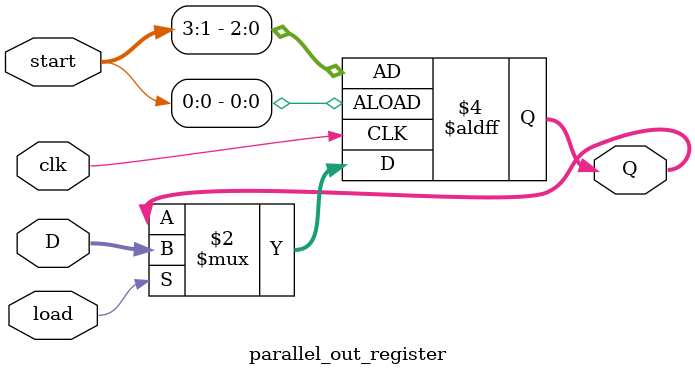
<source format=v>
`timescale 1ns / 1ps


module parallel_out_register
#(parameter WIDTH = 3)
(
    input [WIDTH:0] start,
    input clk,
    input load,
    input [(WIDTH-1):0] D,
    output reg [(WIDTH-1):0] Q
);
    
    always @(posedge start[0] or posedge clk) begin
        if (start[0]) begin
            Q <= start[WIDTH:1];
        end
        else if (load) begin
            Q <= D;
        end
    end
endmodule

</source>
